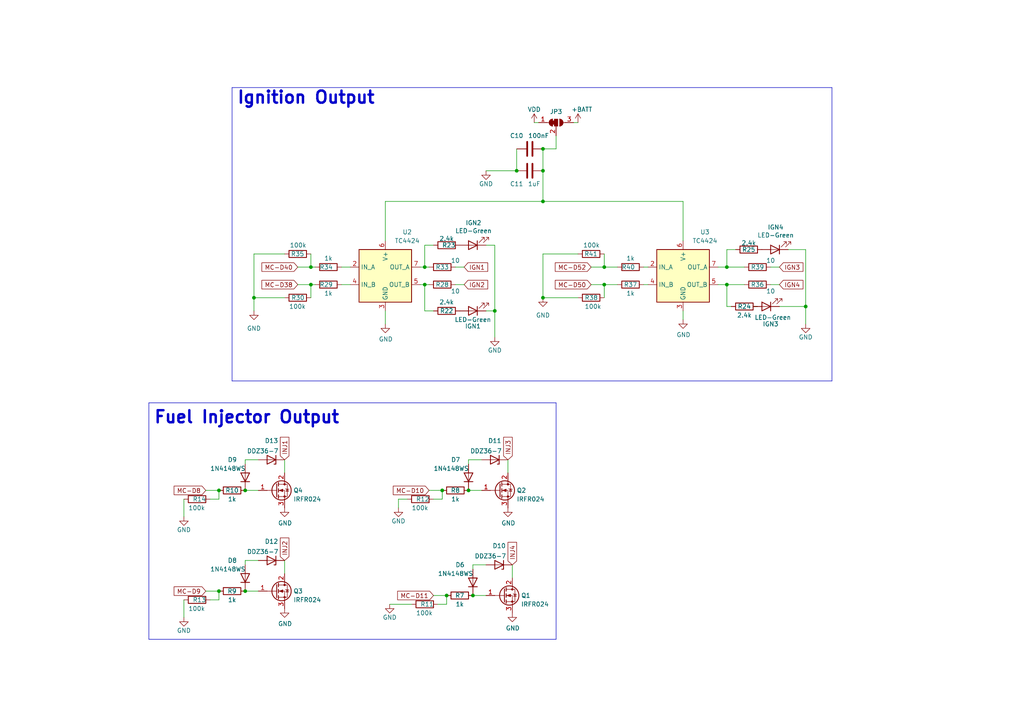
<source format=kicad_sch>
(kicad_sch (version 20230121) (generator eeschema)
  (paper "A4")
  (title_block (title "Pre-Ignition X4") (date "2023-05-11") (rev "C2") (company "DetonationEMS") (comment 1 "detonationems.com"))
  (lib_symbols
    (symbol "Device:C" (pin_numbers hide) (pin_names (offset 0.254))
      (property "Reference" "C" (at 0.635 2.54 0))
      (property "Value" "C" (at 0.635 -2.54 0))
      (symbol "C_0_1"
        (polyline (pts (xy -2.032 -0.762) (xy 2.032 -0.762)) (stroke (width 0.508)))
        (polyline (pts (xy -2.032 0.762) (xy 2.032 0.762)) (stroke (width 0.508)))
      )
      (symbol "C_1_1"
        (pin passive line (at 0 3.81 270) (length 2.794) (name "~") (number "1"))
        (pin passive line (at 0 -3.81 90) (length 2.794) (name "~") (number "2"))
      )
    )
    (symbol "Device:LED" (pin_numbers hide) (pin_names (offset 1.016) hide)
      (property "Reference" "D" (at 0 2.54 0))
      (property "Value" "LED" (at 0 -2.54 0))
      (symbol "LED_0_1"
        (polyline (pts (xy -1.27 -1.27) (xy -1.27 1.27)) (stroke (width 0.254)))
        (polyline (pts (xy -1.27 0) (xy 1.27 0)))
        (polyline (pts (xy 1.27 -1.27) (xy 1.27 1.27) (xy -1.27 0) (xy 1.27 -1.27)) (stroke (width 0.254)))
        (polyline (pts (xy -3.048 -0.762) (xy -4.572 -2.286) (xy -3.81 -2.286) (xy -4.572 -2.286) (xy -4.572 -1.524)))
        (polyline (pts (xy -1.778 -0.762) (xy -3.302 -2.286) (xy -2.54 -2.286) (xy -3.302 -2.286) (xy -3.302 -1.524)))
      )
      (symbol "LED_1_1"
        (pin passive line (at -3.81 0 0) (length 2.54) (name "K") (number "1"))
        (pin passive line (at 3.81 0 180) (length 2.54) (name "A") (number "2"))
      )
    )
    (symbol "Device:R" (pin_numbers hide) (pin_names (offset 0))
      (property "Reference" "R" (at 2.032 0 90))
      (property "Value" "R" (at 0 0 90))
      (symbol "R_0_1"
        (rectangle (start -1.016 -2.54) (end 1.016 2.54) (stroke (width 0.254)))
      )
      (symbol "R_1_1"
        (pin passive line (at 0 3.81 270) (length 1.27) (name "~") (number "1"))
        (pin passive line (at 0 -3.81 90) (length 1.27) (name "~") (number "2"))
      )
    )
    (symbol "Diode:1N4148W" (pin_numbers hide) (pin_names (offset 1.016) hide)
      (property "Reference" "D" (at 0 2.54 0))
      (property "Value" "1N4148W" (at 0 -2.54 0))
      (symbol "1N4148W_0_1"
        (polyline (pts (xy -1.27 1.27) (xy -1.27 -1.27)) (stroke (width 0.254)))
        (polyline (pts (xy 1.27 0) (xy -1.27 0)))
        (polyline (pts (xy 1.27 1.27) (xy 1.27 -1.27) (xy -1.27 0) (xy 1.27 1.27)) (stroke (width 0.254)))
      )
      (symbol "1N4148W_1_1"
        (pin passive line (at -3.81 0 0) (length 2.54) (name "K") (number "1"))
        (pin passive line (at 3.81 0 180) (length 2.54) (name "A") (number "2"))
      )
    )
    (symbol "Diode:BZX84Cxx" (pin_numbers hide) (pin_names (offset 1.016) hide)
      (property "Reference" "D" (at 0 2.54 0))
      (property "Value" "BZX84Cxx" (at 0 -2.54 0))
      (symbol "BZX84Cxx_0_1"
        (polyline (pts (xy 1.27 0) (xy -1.27 0)))
        (polyline (pts (xy -1.27 -1.27) (xy -1.27 1.27) (xy -0.762 1.27)) (stroke (width 0.254)))
        (polyline (pts (xy 1.27 -1.27) (xy 1.27 1.27) (xy -1.27 0) (xy 1.27 -1.27)) (stroke (width 0.254)))
      )
      (symbol "BZX84Cxx_1_1"
        (pin passive line (at -3.81 0 0) (length 2.54) (name "K") (number "1"))
        (pin passive line (at 3.81 0 180) (length 2.54) (name "A") (number "2"))
      )
    )
    (symbol "Driver_FET:MIC4427"
      (property "Reference" "U" (at -7.62 8.89 0))
      (property "Value" "MIC4427" (at 1.27 8.89 0))
      (symbol "MIC4427_0_1"
        (rectangle (start -7.62 -7.62) (end 7.62 7.62) (stroke (width 0.254)) (fill (type background)))
      )
      (symbol "MIC4427_1_1"
        (pin no_connect line (at -7.62 0 0) (length 2.54) hide (name "NC") (number "1"))
        (pin input line (at -10.16 2.54 0) (length 2.54) (name "IN_A") (number "2"))
        (pin power_in line (at 0 -10.16 90) (length 2.54) (name "GND") (number "3"))
        (pin input line (at -10.16 -2.54 0) (length 2.54) (name "IN_B") (number "4"))
        (pin output line (at 10.16 -2.54 180) (length 2.54) (name "OUT_B") (number "5"))
        (pin power_in line (at 0 10.16 270) (length 2.54) (name "V+") (number "6"))
        (pin output line (at 10.16 2.54 180) (length 2.54) (name "OUT_A") (number "7"))
        (pin no_connect line (at 7.62 0 180) (length 2.54) hide (name "NC") (number "8"))
      )
    )
    (symbol "Jumper:SolderJumper_3_Bridged12" (pin_names (offset 0) hide)
      (property "Reference" "JP" (at -2.54 -2.54 0))
      (property "Value" "SolderJumper_3_Bridged12" (at 0 2.794 0))
      (symbol "SolderJumper_3_Bridged12_0_1"
        (rectangle (start -1.016 0.508) (end -0.508 -0.508) (fill (type outline)))
        (arc (start -1.016 1.016) (mid -2.0276 0) (end -1.016 -1.016))
        (arc (start -1.016 1.016) (mid -2.0276 0) (end -1.016 -1.016) (fill (type outline)))
        (rectangle (start -0.508 1.016) (end 0.508 -1.016) (fill (type outline)))
        (polyline (pts (xy -2.54 0) (xy -2.032 0)))
        (polyline (pts (xy -1.016 1.016) (xy -1.016 -1.016)))
        (polyline (pts (xy 0 -1.27) (xy 0 -1.016)))
        (polyline (pts (xy 1.016 1.016) (xy 1.016 -1.016)))
        (polyline (pts (xy 2.54 0) (xy 2.032 0)))
        (arc (start 1.016 -1.016) (mid 2.0276 0) (end 1.016 1.016))
        (arc (start 1.016 -1.016) (mid 2.0276 0) (end 1.016 1.016) (fill (type outline)))
      )
      (symbol "SolderJumper_3_Bridged12_1_1"
        (pin passive line (at -5.08 0 0) (length 2.54) (name "A") (number "1"))
        (pin passive line (at 0 -3.81 90) (length 2.54) (name "C") (number "2"))
        (pin passive line (at 5.08 0 180) (length 2.54) (name "B") (number "3"))
      )
    )
    (symbol "Transistor_FET:IRF540N" (pin_names hide)
      (property "Reference" "Q" (at 6.35 1.905 0))
      (property "Value" "IRF540N" (at 6.35 0 0))
      (symbol "IRF540N_0_1"
        (polyline (pts (xy 0.254 0) (xy -2.54 0)))
        (polyline (pts (xy 0.254 1.905) (xy 0.254 -1.905)) (stroke (width 0.254)))
        (polyline (pts (xy 0.762 -1.27) (xy 0.762 -2.286)) (stroke (width 0.254)))
        (polyline (pts (xy 0.762 0.508) (xy 0.762 -0.508)) (stroke (width 0.254)))
        (polyline (pts (xy 0.762 2.286) (xy 0.762 1.27)) (stroke (width 0.254)))
        (polyline (pts (xy 2.54 2.54) (xy 2.54 1.778)))
        (polyline (pts (xy 2.54 -2.54) (xy 2.54 0) (xy 0.762 0)))
        (polyline (pts (xy 0.762 -1.778) (xy 3.302 -1.778) (xy 3.302 1.778) (xy 0.762 1.778)))
        (polyline (pts (xy 1.016 0) (xy 2.032 0.381) (xy 2.032 -0.381) (xy 1.016 0)) (fill (type outline)))
        (polyline (pts (xy 2.794 0.508) (xy 2.921 0.381) (xy 3.683 0.381) (xy 3.81 0.254)))
        (polyline (pts (xy 3.302 0.381) (xy 2.921 -0.254) (xy 3.683 -0.254) (xy 3.302 0.381)))
        (circle (center 1.651 0) (radius 2.794) (stroke (width 0.254)))
        (circle (center 2.54 -1.778) (radius 0.254) (fill (type outline)))
        (circle (center 2.54 1.778) (radius 0.254) (fill (type outline)))
      )
      (symbol "IRF540N_1_1"
        (pin input line (at -5.08 0 0) (length 2.54) (name "G") (number "1"))
        (pin passive line (at 2.54 5.08 270) (length 2.54) (name "D") (number "2"))
        (pin passive line (at 2.54 -5.08 90) (length 2.54) (name "S") (number "3"))
      )
    )
    (symbol "power:+BATT" (power) (pin_names (offset 0))
      (property "Value" "+BATT" (at 0 3.556 0))
      (symbol "+BATT_0_1"
        (polyline (pts (xy -0.762 1.27) (xy 0 2.54)))
        (polyline (pts (xy 0 0) (xy 0 2.54)))
        (polyline (pts (xy 0 2.54) (xy 0.762 1.27)))
      )
      (symbol "+BATT_1_1"
        (pin power_in line (at 0 0 90) (length 0) hide (name "+BATT") (number "1"))
      )
    )
    (symbol "power:GND" (power) (pin_names (offset 0))
      (property "Value" "GND" (at 0 -3.81 0))
      (symbol "GND_0_1"
        (polyline (pts (xy 0 0) (xy 0 -1.27) (xy 1.27 -1.27) (xy 0 -2.54) (xy -1.27 -1.27) (xy 0 -1.27)))
      )
      (symbol "GND_1_1"
        (pin power_in line (at 0 0 270) (length 0) hide (name "GND") (number "1"))
      )
    )
    (symbol "power:VDD" (power) (pin_names (offset 0))
      (property "Value" "VDD" (at 0 3.81 0))
      (symbol "VDD_0_1"
        (polyline (pts (xy -0.762 1.27) (xy 0 2.54)))
        (polyline (pts (xy 0 0) (xy 0 2.54)))
        (polyline (pts (xy 0 2.54) (xy 0.762 1.27)))
      )
      (symbol "VDD_1_1"
        (pin power_in line (at 0 0 90) (length 0) hide (name "VDD") (number "1"))
      )
    )
  )
  (junction (at 157.48 43.18))
  (junction (at 123.19 77.47))
  (junction (at 90.17 82.55))
  (junction (at 123.19 82.55))
  (junction (at 175.26 77.47))
  (junction (at 175.26 82.55))
  (junction (at 90.17 77.47))
  (junction (at 73.66 86.36))
  (junction (at 71.12 142.24))
  (junction (at 157.48 58.42))
  (junction (at 135.89 142.24))
  (junction (at 149.86 49.53))
  (junction (at 71.12 171.45))
  (junction (at 210.82 77.47))
  (junction (at 128.27 142.24))
  (junction (at 129.54 172.72))
  (junction (at 137.16 172.72))
  (junction (at 210.82 82.55))
  (junction (at 63.5 142.24))
  (junction (at 143.51 90.17))
  (junction (at 157.48 49.53))
  (junction (at 157.48 86.36))
  (junction (at 233.68 88.9))
  (junction (at 63.5 171.45))
  (wire (pts (xy 139.7 133.35) (xy 135.89 133.35)))
  (polyline (pts (xy 161.29 185.42) (xy 43.18 185.42)))
  (wire (pts (xy 90.17 82.55) (xy 91.44 82.55)))
  (wire (pts (xy 125.73 172.72) (xy 129.54 172.72)))
  (wire (pts (xy 140.97 71.12) (xy 143.51 71.12)))
  (wire (pts (xy 63.5 173.99) (xy 63.5 171.45)))
  (wire (pts (xy 175.26 82.55) (xy 179.07 82.55)))
  (wire (pts (xy 210.82 88.9) (xy 210.82 82.55)))
  (wire (pts (xy 123.19 77.47) (xy 124.46 77.47)))
  (wire (pts (xy 63.5 144.78) (xy 63.5 142.24)))
  (wire (pts (xy 123.19 82.55) (xy 123.19 90.17)))
  (wire (pts (xy 187.96 82.55) (xy 186.69 82.55)))
  (polyline (pts (xy 43.18 116.84) (xy 161.29 116.84)))
  (wire (pts (xy 115.57 147.32) (xy 115.57 144.78)))
  (wire (pts (xy 143.51 97.79) (xy 143.51 90.17)))
  (wire (pts (xy 233.68 93.98) (xy 233.68 88.9)))
  (polyline (pts (xy 161.29 116.84) (xy 161.29 185.42)))
  (wire (pts (xy 157.48 43.18) (xy 157.48 49.53)))
  (wire (pts (xy 129.54 175.26) (xy 129.54 172.72)))
  (wire (pts (xy 175.26 82.55) (xy 175.26 86.36)))
  (wire (pts (xy 74.93 162.56) (xy 71.12 162.56)))
  (wire (pts (xy 60.96 173.99) (xy 63.5 173.99)))
  (wire (pts (xy 127 175.26) (xy 129.54 175.26)))
  (wire (pts (xy 140.97 163.83) (xy 137.16 163.83)))
  (wire (pts (xy 135.89 133.35) (xy 135.89 134.62)))
  (wire (pts (xy 73.66 86.36) (xy 82.55 86.36)))
  (wire (pts (xy 60.96 144.78) (xy 63.5 144.78)))
  (wire (pts (xy 198.12 58.42) (xy 157.48 58.42)))
  (wire (pts (xy 128.27 144.78) (xy 128.27 142.24)))
  (wire (pts (xy 233.68 72.39) (xy 233.68 88.9)))
  (wire (pts (xy 73.66 73.66) (xy 82.55 73.66)))
  (wire (pts (xy 111.76 90.17) (xy 111.76 93.98)))
  (wire (pts (xy 59.69 142.24) (xy 63.5 142.24)))
  (wire (pts (xy 171.45 82.55) (xy 175.26 82.55)))
  (wire (pts (xy 71.12 133.35) (xy 71.12 134.62)))
  (wire (pts (xy 90.17 73.66) (xy 90.17 77.47)))
  (wire (pts (xy 53.34 179.07) (xy 53.34 173.99)))
  (wire (pts (xy 223.52 77.47) (xy 226.06 77.47)))
  (wire (pts (xy 71.12 142.24) (xy 74.93 142.24)))
  (wire (pts (xy 101.6 82.55) (xy 99.06 82.55)))
  (wire (pts (xy 140.97 90.17) (xy 143.51 90.17)))
  (wire (pts (xy 219.71 88.9) (xy 218.44 88.9)))
  (wire (pts (xy 213.36 72.39) (xy 210.82 72.39)))
  (wire (pts (xy 132.08 77.47) (xy 134.62 77.47)))
  (wire (pts (xy 74.93 133.35) (xy 71.12 133.35)))
  (wire (pts (xy 186.69 77.47) (xy 187.96 77.47)))
  (wire (pts (xy 149.86 43.18) (xy 149.86 49.53)))
  (wire (pts (xy 171.45 77.47) (xy 175.26 77.47)))
  (wire (pts (xy 208.28 77.47) (xy 210.82 77.47)))
  (polyline (pts (xy 67.31 25.4) (xy 241.3 25.4)))
  (wire (pts (xy 208.28 82.55) (xy 210.82 82.55)))
  (wire (pts (xy 90.17 82.55) (xy 90.17 86.36)))
  (wire (pts (xy 167.64 35.56) (xy 166.37 35.56)))
  (wire (pts (xy 73.66 90.17) (xy 73.66 86.36)))
  (wire (pts (xy 154.94 35.56) (xy 156.21 35.56)))
  (wire (pts (xy 157.48 49.53) (xy 157.48 58.42)))
  (wire (pts (xy 99.06 77.47) (xy 101.6 77.47)))
  (wire (pts (xy 73.66 73.66) (xy 73.66 86.36)))
  (wire (pts (xy 71.12 162.56) (xy 71.12 163.83)))
  (wire (pts (xy 132.08 82.55) (xy 134.62 82.55)))
  (wire (pts (xy 210.82 77.47) (xy 215.9 77.47)))
  (wire (pts (xy 137.16 172.72) (xy 140.97 172.72)))
  (wire (pts (xy 121.92 77.47) (xy 123.19 77.47)))
  (wire (pts (xy 125.73 71.12) (xy 123.19 71.12)))
  (polyline (pts (xy 241.3 25.4) (xy 241.3 110.49)))
  (wire (pts (xy 82.55 133.35) (xy 82.55 137.16)))
  (wire (pts (xy 161.29 43.18) (xy 157.48 43.18)))
  (wire (pts (xy 113.03 175.26) (xy 119.38 175.26)))
  (polyline (pts (xy 241.3 110.49) (xy 67.31 110.49)))
  (wire (pts (xy 175.26 77.47) (xy 179.07 77.47)))
  (wire (pts (xy 210.82 72.39) (xy 210.82 77.47)))
  (wire (pts (xy 198.12 58.42) (xy 198.12 69.85)))
  (wire (pts (xy 175.26 73.66) (xy 175.26 77.47)))
  (wire (pts (xy 198.12 90.17) (xy 198.12 92.71)))
  (wire (pts (xy 157.48 73.66) (xy 157.48 86.36)))
  (wire (pts (xy 71.12 171.45) (xy 74.93 171.45)))
  (wire (pts (xy 157.48 58.42) (xy 111.76 58.42)))
  (wire (pts (xy 140.97 49.53) (xy 149.86 49.53)))
  (wire (pts (xy 125.73 90.17) (xy 123.19 90.17)))
  (wire (pts (xy 86.36 77.47) (xy 90.17 77.47)))
  (wire (pts (xy 111.76 58.42) (xy 111.76 69.85)))
  (wire (pts (xy 147.32 133.35) (xy 147.32 137.16)))
  (wire (pts (xy 137.16 163.83) (xy 137.16 165.1)))
  (wire (pts (xy 212.09 88.9) (xy 210.82 88.9)))
  (wire (pts (xy 123.19 82.55) (xy 124.46 82.55)))
  (wire (pts (xy 86.36 82.55) (xy 90.17 82.55)))
  (wire (pts (xy 135.89 142.24) (xy 139.7 142.24)))
  (wire (pts (xy 148.59 163.83) (xy 148.59 167.64)))
  (wire (pts (xy 125.73 144.78) (xy 128.27 144.78)))
  (wire (pts (xy 82.55 162.56) (xy 82.55 166.37)))
  (wire (pts (xy 223.52 82.55) (xy 226.06 82.55)))
  (polyline (pts (xy 43.18 185.42) (xy 43.18 116.84)))
  (wire (pts (xy 53.34 149.86) (xy 53.34 144.78)))
  (wire (pts (xy 157.48 73.66) (xy 167.64 73.66)))
  (wire (pts (xy 121.92 82.55) (xy 123.19 82.55)))
  (wire (pts (xy 59.69 171.45) (xy 63.5 171.45)))
  (wire (pts (xy 115.57 144.78) (xy 118.11 144.78)))
  (wire (pts (xy 226.06 88.9) (xy 233.68 88.9)))
  (polyline (pts (xy 67.31 110.49) (xy 67.31 25.4)))
  (wire (pts (xy 143.51 71.12) (xy 143.51 90.17)))
  (wire (pts (xy 157.48 86.36) (xy 167.64 86.36)))
  (wire (pts (xy 228.6 72.39) (xy 233.68 72.39)))
  (wire (pts (xy 123.19 71.12) (xy 123.19 77.47)))
  (wire (pts (xy 161.29 39.37) (xy 161.29 43.18)))
  (wire (pts (xy 90.17 77.47) (xy 91.44 77.47)))
  (wire (pts (xy 210.82 82.55) (xy 215.9 82.55)))
  (wire (pts (xy 124.46 142.24) (xy 128.27 142.24)))
  (text "Fuel Injector Output" (at 44.45 123.19 0) (effects (font (size 3.5 3.5) (thickness 0.7) bold) (justify left bottom)))
  (text "Ignition Output" (at 68.58 30.48 0) (effects (font (size 3.5 3.5) (thickness 0.7) bold) (justify left bottom)))
  (global_label "INJ1" (shape input) (at 82.55 133.35 90) (property "Intersheetrefs" "${INTERSHEET_REFS}" (effects hide)))
  (global_label "MC-D52" (shape input) (at 171.45 77.47 180) (property "Intersheetrefs" "${INTERSHEET_REFS}" (effects hide)))
  (global_label "IGN4" (shape input) (at 226.06 82.55 0) (property "Intersheetrefs" "${INTERSHEET_REFS}" (effects hide)))
  (global_label "MC-D50" (shape input) (at 171.45 82.55 180) (property "Intersheetrefs" "${INTERSHEET_REFS}" (effects hide)))
  (global_label "IGN2" (shape input) (at 134.62 82.55 0) (property "Intersheetrefs" "${INTERSHEET_REFS}" (effects hide)))
  (global_label "MC-D10" (shape input) (at 124.46 142.24 180) (property "Intersheetrefs" "${INTERSHEET_REFS}" (effects hide)))
  (global_label "INJ2" (shape input) (at 82.55 162.56 90) (property "Intersheetrefs" "${INTERSHEET_REFS}" (effects hide)))
  (global_label "MC-D40" (shape input) (at 86.36 77.47 180) (property "Intersheetrefs" "${INTERSHEET_REFS}" (effects hide)))
  (global_label "IGN3" (shape input) (at 226.06 77.47 0) (property "Intersheetrefs" "${INTERSHEET_REFS}" (effects hide)))
  (global_label "INJ4" (shape input) (at 148.59 163.83 90) (property "Intersheetrefs" "${INTERSHEET_REFS}" (effects hide)))
  (global_label "IGN1" (shape input) (at 134.62 77.47 0) (property "Intersheetrefs" "${INTERSHEET_REFS}" (effects hide)))
  (global_label "INJ3" (shape input) (at 147.32 133.35 90) (property "Intersheetrefs" "${INTERSHEET_REFS}" (effects hide)))
  (global_label "MC-D9" (shape input) (at 59.69 171.45 180) (property "Intersheetrefs" "${INTERSHEET_REFS}" (effects hide)))
  (global_label "MC-D8" (shape input) (at 59.69 142.24 180) (property "Intersheetrefs" "${INTERSHEET_REFS}" (effects hide)))
  (global_label "MC-D38" (shape input) (at 86.36 82.55 180) (property "Intersheetrefs" "${INTERSHEET_REFS}" (effects hide)))
  (global_label "MC-D11" (shape input) (at 125.73 172.72 180) (property "Intersheetrefs" "${INTERSHEET_REFS}" (effects hide)))
  (symbol (lib_id "Device:C") (at 153.67 49.53 270) (unit 1)
    (property "Reference" "C11" (at 149.86 53.34 90))
    (property "Value" "1uF" (at 154.94 53.34 90))
    (property "Footprint" "Capacitor_SMD:C_0603_1608Metric" (effects hide))
    (property "JLC" "C15849" (effects hide))
    (property "LCSC" "C15849" (effects hide))
  )
  (symbol (lib_id "Device:C") (at 153.67 43.18 270) (unit 1)
    (property "Reference" "C10" (at 149.86 39.37 90))
    (property "Value" "100nF" (at 156.21 39.37 90))
    (property "Footprint" "Capacitor_SMD:C_0603_1608Metric" (effects hide))
    (property "JLC" "C14663" (effects hide))
    (property "LCSC" "C14663" (effects hide))
  )
  (symbol (lib_id "power:GND") (at 140.97 49.53 0) (unit 1)
    (property "Reference" "#PWR06" (effects hide))
    (property "Value" "GND" (at 140.97 53.34 0))
  )
  (symbol (lib_id "Driver_FET:MIC4427") (at 111.76 80.01 0) (unit 1)
    (property "Reference" "U2" (at 118.11 67.31 0))
    (property "Value" "TC4424" (at 118.11 69.85 0))
    (property "Footprint" "Package_SO:SOIC-8_3.9x4.9mm_P1.27mm" (effects hide))
    (property "Datasheet" "http://ww1.microchip.com/downloads/en/DeviceDoc/mic4426.pdf" (effects hide))
    (property "LCSC" "C2685358" (effects hide))
  )
  (symbol (lib_id "power:GND") (at 111.76 93.98 0) (unit 1)
    (property "Reference" "#PWR07" (effects hide))
    (property "Value" "GND" (at 111.887 98.3742 0))
  )
  (symbol (lib_id "Device:R") (at 95.25 77.47 270) (unit 1)
    (property "Reference" "R34" (at 94.615 77.47 90))
    (property "Value" "1k" (at 95.25 74.93 90))
    (property "Footprint" "Resistor_SMD:R_0603_1608Metric" (effects hide))
    (property "JLC" "C21190" (effects hide))
    (property "LCSC" "C21190" (effects hide))
  )
  (symbol (lib_id "Device:R") (at 95.25 82.55 270) (unit 1)
    (property "Reference" "R29" (at 94.615 82.55 90))
    (property "Value" "1k" (at 95.25 85.09 90))
    (property "Footprint" "Resistor_SMD:R_0603_1608Metric" (effects hide))
    (property "JLC" "C21190" (effects hide))
    (property "LCSC" "C21190" (effects hide))
  )
  (symbol (lib_id "Device:R") (at 86.36 73.66 270) (unit 1)
    (property "Reference" "R35" (at 88.265 73.66 90) (effects (justify right)))
    (property "Value" "100k" (at 88.9 71.12 90) (effects (justify right)))
    (property "Footprint" "Resistor_SMD:R_0603_1608Metric" (effects hide))
    (property "JLC" "C25803" (effects hide))
    (property "LCSC" "C25803" (effects hide))
  )
  (symbol (lib_id "Device:R") (at 86.36 86.36 90) (unit 1)
    (property "Reference" "R30" (at 84.455 86.36 90) (effects (justify right)))
    (property "Value" "100k" (at 83.82 88.9 90) (effects (justify right)))
    (property "Footprint" "Resistor_SMD:R_0603_1608Metric" (effects hide))
    (property "JLC" "C25803" (effects hide))
    (property "LCSC" "C25803" (effects hide))
  )
  (symbol (lib_id "power:GND") (at 73.66 90.17 0) (unit 1)
    (property "Reference" "#PWR05" (effects hide))
    (property "Value" "GND" (at 73.66 95.25 0))
  )
  (symbol (lib_id "Driver_FET:MIC4427") (at 198.12 80.01 0) (unit 1)
    (property "Reference" "U3" (at 204.47 67.31 0))
    (property "Value" "TC4424" (at 204.47 69.85 0))
    (property "Footprint" "Package_SO:SOIC-8_3.9x4.9mm_P1.27mm" (effects hide))
    (property "Datasheet" "http://ww1.microchip.com/downloads/en/DeviceDoc/mic4426.pdf" (effects hide))
    (property "LCSC" "C2685358" (effects hide))
  )
  (symbol (lib_id "Device:R") (at 219.71 77.47 270) (unit 1)
    (property "Reference" "R39" (at 219.71 77.47 90))
    (property "Value" "10" (at 223.52 75.565 90))
    (property "Footprint" "Resistor_SMD:R_1206_3216Metric" (effects hide))
    (property "JLC" "C17561" (effects hide))
    (property "LCSC" "C17903" (effects hide))
  )
  (symbol (lib_id "Device:R") (at 219.71 82.55 270) (unit 1)
    (property "Reference" "R36" (at 219.71 82.55 90))
    (property "Value" "10" (at 223.52 84.455 90))
    (property "Footprint" "Resistor_SMD:R_1206_3216Metric" (effects hide))
    (property "JLC" "C17561" (effects hide))
    (property "LCSC" "C17903" (effects hide))
  )
  (symbol (lib_id "power:GND") (at 198.12 92.71 0) (unit 1)
    (property "Reference" "#PWR014" (effects hide))
    (property "Value" "GND" (at 198.247 97.1042 0))
  )
  (symbol (lib_id "Device:R") (at 182.88 77.47 270) (unit 1)
    (property "Reference" "R40" (at 182.245 77.47 90))
    (property "Value" "1k" (at 182.88 74.93 90))
    (property "Footprint" "Resistor_SMD:R_0603_1608Metric" (effects hide))
    (property "JLC" "C21190" (effects hide))
    (property "LCSC" "C21190" (effects hide))
  )
  (symbol (lib_id "Device:R") (at 182.88 82.55 270) (unit 1)
    (property "Reference" "R37" (at 182.88 82.55 90))
    (property "Value" "1k" (at 182.88 85.09 90))
    (property "Footprint" "Resistor_SMD:R_0603_1608Metric" (effects hide))
    (property "JLC" "C21190" (effects hide))
    (property "LCSC" "C21190" (effects hide))
  )
  (symbol (lib_id "Device:R") (at 171.45 73.66 270) (unit 1)
    (property "Reference" "R41" (at 173.355 73.66 90) (effects (justify right)))
    (property "Value" "100k" (at 173.99 71.12 90) (effects (justify right)))
    (property "Footprint" "Resistor_SMD:R_0603_1608Metric" (effects hide))
    (property "JLC" "C25803" (effects hide))
    (property "LCSC" "C25803" (effects hide))
  )
  (symbol (lib_id "Device:R") (at 171.45 86.36 90) (unit 1)
    (property "Reference" "R38" (at 169.545 86.36 90) (effects (justify right)))
    (property "Value" "100k" (at 169.545 88.9 90) (effects (justify right)))
    (property "Footprint" "Resistor_SMD:R_0603_1608Metric" (effects hide))
    (property "JLC" "C25803" (effects hide))
    (property "LCSC" "C25803" (effects hide))
  )
  (symbol (lib_id "power:GND") (at 157.48 86.36 0) (unit 1)
    (property "Reference" "#PWR012" (effects hide))
    (property "Value" "GND" (at 157.48 91.44 0))
  )
  (symbol (lib_id "power:+BATT") (at 167.64 35.56 0) (unit 1)
    (property "Reference" "#PWR010" (effects hide))
    (property "Value" "+BATT" (at 165.735 31.75 0) (effects (justify left)))
  )
  (symbol (lib_id "Device:R") (at 217.17 72.39 90) (unit 1)
    (property "Reference" "R25" (at 217.17 72.39 90))
    (property "Value" "2.4k" (at 217.17 70.485 90))
    (property "Footprint" "Resistor_SMD:R_0603_1608Metric" (effects hide))
    (property "JLC" "C22940" (effects hide))
    (property "LCSC" "C22940" (effects hide))
  )
  (symbol (lib_id "Device:R") (at 215.9 88.9 270) (unit 1)
    (property "Reference" "R24" (at 215.9 88.9 90))
    (property "Value" "2.4k" (at 215.9 91.44 90))
    (property "Footprint" "Resistor_SMD:R_0603_1608Metric" (effects hide))
    (property "JLC" "C22940" (effects hide))
    (property "LCSC" "C22940" (effects hide))
  )
  (symbol (lib_id "Device:LED") (at 224.79 72.39 180) (unit 1)
    (property "Reference" "IGN4" (at 224.9678 65.913 0))
    (property "Value" "LED-Green" (at 224.9678 68.2244 0))
    (property "Footprint" "LED_SMD:LED_0603_1608Metric" (effects hide))
    (property "JLC" "C2286" (effects hide))
    (property "LCSC" "C72043" (effects hide))
  )
  (symbol (lib_id "Device:LED") (at 222.25 88.9 180) (unit 1)
    (property "Reference" "IGN3" (at 223.52 93.98 0))
    (property "Value" "LED-Green" (at 224.155 92.075 0))
    (property "Footprint" "LED_SMD:LED_0603_1608Metric" (effects hide))
    (property "JLC" "C2286" (effects hide))
    (property "LCSC" "C72043" (effects hide))
  )
  (symbol (lib_id "power:GND") (at 233.68 93.98 0) (unit 1)
    (property "Reference" "#PWR016" (effects hide))
    (property "Value" "GND" (at 233.68 97.79 0))
  )
  (symbol (lib_id "Device:R") (at 128.27 82.55 270) (unit 1)
    (property "Reference" "R28" (at 128.27 82.55 90))
    (property "Value" "10" (at 132.08 84.455 90))
    (property "Footprint" "Resistor_SMD:R_1206_3216Metric" (effects hide))
    (property "JLC" "C17561" (effects hide))
    (property "LCSC" "C17903" (effects hide))
  )
  (symbol (lib_id "Device:R") (at 128.27 77.47 270) (unit 1)
    (property "Reference" "R33" (at 128.27 77.47 90))
    (property "Value" "10" (at 132.08 75.565 90))
    (property "Footprint" "Resistor_SMD:R_1206_3216Metric" (effects hide))
    (property "JLC" "C17561" (effects hide))
    (property "LCSC" "C17903" (effects hide))
  )
  (symbol (lib_id "Device:R") (at 129.54 71.12 90) (unit 1)
    (property "Reference" "R23" (at 130.175 71.12 90))
    (property "Value" "2.4k" (at 129.54 69.215 90))
    (property "Footprint" "Resistor_SMD:R_0603_1608Metric" (effects hide))
    (property "LCSC" "C22940" (effects hide))
  )
  (symbol (lib_id "Device:R") (at 129.54 90.17 270) (unit 1)
    (property "Reference" "R22" (at 129.54 90.17 90))
    (property "Value" "2.4k" (at 129.54 87.63 90))
    (property "Footprint" "Resistor_SMD:R_0603_1608Metric" (effects hide))
    (property "JLC" "C22940" (effects hide))
    (property "LCSC" "C22940" (effects hide))
  )
  (symbol (lib_id "Device:LED") (at 137.16 71.12 180) (unit 1)
    (property "Reference" "IGN2" (at 137.3378 64.643 0))
    (property "Value" "LED-Green" (at 137.3378 66.9544 0))
    (property "Footprint" "LED_SMD:LED_0603_1608Metric" (effects hide))
    (property "JLC" "C2286" (effects hide))
    (property "LCSC" "C72043" (effects hide))
  )
  (symbol (lib_id "Device:LED") (at 137.16 90.17 180) (unit 1)
    (property "Reference" "IGN1" (at 137.16 94.615 0))
    (property "Value" "LED-Green" (at 137.16 92.71 0))
    (property "Footprint" "LED_SMD:LED_0603_1608Metric" (effects hide))
    (property "JLC" "C2286" (effects hide))
    (property "LCSC" "C72043" (effects hide))
  )
  (symbol (lib_id "power:GND") (at 143.51 97.79 0) (unit 1)
    (property "Reference" "#PWR09" (effects hide))
    (property "Value" "GND" (at 143.51 101.6 0))
  )
  (symbol (lib_id "power:VDD") (at 154.94 35.56 0) (unit 1)
    (property "Reference" "#PWR0149" (effects hide))
    (property "Value" "VDD" (at 154.94 31.75 0))
  )
  (symbol (lib_id "Transistor_FET:IRF540N") (at 80.01 142.24 0) (unit 1)
    (property "Reference" "Q4" (at 85.09 142.24 0) (effects (justify left)))
    (property "Value" "IRFR024" (at 85.09 144.78 0) (effects (justify left)))
    (property "Footprint" "Package_TO_SOT_SMD:TO-252-2" (effects hide))
    (property "LCSC" "C2583" (effects hide))
  )
  (symbol (lib_id "power:GND") (at 53.34 149.86 0) (unit 1)
    (property "Reference" "#PWR0162" (effects hide))
    (property "Value" "GND" (at 53.34 153.67 0))
  )
  (symbol (lib_id "Device:R") (at 57.15 144.78 90) (unit 1)
    (property "Reference" "R14" (at 55.88 144.78 90) (effects (justify right)))
    (property "Value" "100k" (at 54.61 147.32 90) (effects (justify right)))
    (property "Footprint" "Resistor_SMD:R_0603_1608Metric" (effects hide))
    (property "JLC" "C25803" (effects hide))
    (property "LCSC" "C25803" (effects hide))
  )
  (symbol (lib_id "Device:R") (at 67.31 142.24 270) (unit 1)
    (property "Reference" "R10" (at 67.31 142.24 90))
    (property "Value" "1k" (at 67.31 144.78 90))
    (property "Footprint" "Resistor_SMD:R_0603_1608Metric" (effects hide))
    (property "JLC" "C21190" (effects hide))
    (property "LCSC" "C21190" (effects hide))
  )
  (symbol (lib_id "power:GND") (at 82.55 147.32 0) (unit 1)
    (property "Reference" "#PWR0168" (effects hide))
    (property "Value" "GND" (at 82.677 151.7142 0))
  )
  (symbol (lib_id "Diode:1N4148W") (at 71.12 138.43 90) (unit 1)
    (property "Reference" "D9" (at 66.04 133.35 90) (effects (justify right)))
    (property "Value" "1N4148WS" (at 60.96 135.89 90) (effects (justify right)))
    (property "Footprint" "Diode_SMD:D_SOD-323F" (effects hide))
    (property "Datasheet" "https://www.vishay.com/docs/85748/1n4148w.pdf" (effects hide))
    (property "LCSC" "C2128" (effects hide))
  )
  (symbol (lib_id "Transistor_FET:IRF540N") (at 144.78 142.24 0) (unit 1)
    (property "Reference" "Q2" (at 149.86 142.24 0) (effects (justify left)))
    (property "Value" "IRFR024" (at 149.86 144.78 0) (effects (justify left)))
    (property "Footprint" "Package_TO_SOT_SMD:TO-252-2" (effects hide))
    (property "LCSC" "C2583" (effects hide))
  )
  (symbol (lib_id "power:GND") (at 115.57 147.32 0) (unit 1)
    (property "Reference" "#PWR0172" (effects hide))
    (property "Value" "GND" (at 115.57 151.13 0))
  )
  (symbol (lib_id "Device:R") (at 121.92 144.78 90) (unit 1)
    (property "Reference" "R12" (at 120.65 144.78 90) (effects (justify right)))
    (property "Value" "100k" (at 119.38 147.32 90) (effects (justify right)))
    (property "Footprint" "Resistor_SMD:R_0603_1608Metric" (effects hide))
    (property "JLC" "C25803" (effects hide))
    (property "LCSC" "C25803" (effects hide))
  )
  (symbol (lib_id "Device:R") (at 132.08 142.24 270) (unit 1)
    (property "Reference" "R8" (at 132.08 142.24 90))
    (property "Value" "1k" (at 132.08 144.78 90))
    (property "Footprint" "Resistor_SMD:R_0603_1608Metric" (effects hide))
    (property "JLC" "C21190" (effects hide))
    (property "LCSC" "C21190" (effects hide))
  )
  (symbol (lib_id "power:GND") (at 147.32 147.32 0) (unit 1)
    (property "Reference" "#PWR0173" (effects hide))
    (property "Value" "GND" (at 147.447 151.7142 0))
  )
  (symbol (lib_id "Diode:1N4148W") (at 135.89 138.43 90) (unit 1)
    (property "Reference" "D7" (at 130.81 133.35 90) (effects (justify right)))
    (property "Value" "1N4148WS" (at 125.73 135.89 90) (effects (justify right)))
    (property "Footprint" "Diode_SMD:D_SOD-323F" (effects hide))
    (property "Datasheet" "https://www.vishay.com/docs/85748/1n4148w.pdf" (effects hide))
    (property "LCSC" "C2128" (effects hide))
  )
  (symbol (lib_id "Transistor_FET:IRF540N") (at 146.05 172.72 0) (unit 1)
    (property "Reference" "Q1" (at 151.13 172.72 0) (effects (justify left)))
    (property "Value" "IRFR024" (at 151.13 175.26 0) (effects (justify left)))
    (property "Footprint" "Package_TO_SOT_SMD:TO-252-2" (effects hide))
    (property "LCSC" "C2583" (effects hide))
  )
  (symbol (lib_id "power:GND") (at 113.03 175.26 0) (unit 1)
    (property "Reference" "#PWR0174" (effects hide))
    (property "Value" "GND" (at 113.03 179.07 0))
  )
  (symbol (lib_id "Device:R") (at 123.19 175.26 90) (unit 1)
    (property "Reference" "R11" (at 121.92 175.26 90) (effects (justify right)))
    (property "Value" "100k" (at 120.65 177.8 90) (effects (justify right)))
    (property "Footprint" "Resistor_SMD:R_0603_1608Metric" (effects hide))
    (property "JLC" "C25803" (effects hide))
    (property "LCSC" "C25803" (effects hide))
  )
  (symbol (lib_id "Device:R") (at 133.35 172.72 270) (unit 1)
    (property "Reference" "R7" (at 133.35 172.72 90))
    (property "Value" "1k" (at 133.35 175.26 90))
    (property "Footprint" "Resistor_SMD:R_0603_1608Metric" (effects hide))
    (property "JLC" "C21190" (effects hide))
    (property "LCSC" "C21190" (effects hide))
  )
  (symbol (lib_id "power:GND") (at 148.59 177.8 0) (unit 1)
    (property "Reference" "#PWR0175" (effects hide))
    (property "Value" "GND" (at 148.717 182.1942 0))
  )
  (symbol (lib_id "Diode:1N4148W") (at 137.16 168.91 90) (unit 1)
    (property "Reference" "D6" (at 132.08 163.83 90) (effects (justify right)))
    (property "Value" "1N4148WS" (at 127 166.37 90) (effects (justify right)))
    (property "Footprint" "Diode_SMD:D_SOD-323F" (effects hide))
    (property "Datasheet" "https://www.vishay.com/docs/85748/1n4148w.pdf" (effects hide))
    (property "LCSC" "C2128" (effects hide))
  )
  (symbol (lib_id "Transistor_FET:IRF540N") (at 80.01 171.45 0) (unit 1)
    (property "Reference" "Q3" (at 85.09 171.45 0) (effects (justify left)))
    (property "Value" "IRFR024" (at 85.09 173.99 0) (effects (justify left)))
    (property "Footprint" "Package_TO_SOT_SMD:TO-252-2" (effects hide))
    (property "LCSC" "C2583" (effects hide))
  )
  (symbol (lib_id "power:GND") (at 53.34 179.07 0) (unit 1)
    (property "Reference" "#PWR0176" (effects hide))
    (property "Value" "GND" (at 53.34 182.88 0))
  )
  (symbol (lib_id "Device:R") (at 57.15 173.99 90) (unit 1)
    (property "Reference" "R13" (at 55.88 173.99 90) (effects (justify right)))
    (property "Value" "100k" (at 54.61 176.53 90) (effects (justify right)))
    (property "Footprint" "Resistor_SMD:R_0603_1608Metric" (effects hide))
    (property "JLC" "C25803" (effects hide))
    (property "LCSC" "C25803" (effects hide))
  )
  (symbol (lib_id "Device:R") (at 67.31 171.45 270) (unit 1)
    (property "Reference" "R9" (at 67.31 171.45 90))
    (property "Value" "1k" (at 67.31 173.99 90))
    (property "Footprint" "Resistor_SMD:R_0603_1608Metric" (effects hide))
    (property "JLC" "C21190" (effects hide))
    (property "LCSC" "C21190" (effects hide))
  )
  (symbol (lib_id "power:GND") (at 82.55 176.53 0) (unit 1)
    (property "Reference" "#PWR0177" (effects hide))
    (property "Value" "GND" (at 82.677 180.9242 0))
  )
  (symbol (lib_id "Diode:1N4148W") (at 71.12 167.64 90) (unit 1)
    (property "Reference" "D8" (at 66.04 162.56 90) (effects (justify right)))
    (property "Value" "1N4148WS" (at 60.96 165.1 90) (effects (justify right)))
    (property "Footprint" "Diode_SMD:D_SOD-323F" (effects hide))
    (property "Datasheet" "https://www.vishay.com/docs/85748/1n4148w.pdf" (effects hide))
    (property "LCSC" "C2128" (effects hide))
  )
  (symbol (lib_id "Diode:BZX84Cxx") (at 78.74 133.35 180) (unit 1)
    (property "Reference" "D13" (at 78.74 127.8382 0))
    (property "Value" "DDZ36-7" (at 76.2 130.81 0))
    (property "Footprint" "Diode_SMD:D_SOD-123" (effects hide))
    (property "Datasheet" "https://diotec.com/tl_files/diotec/files/pdf/datasheets/bzx84c2v4.pdf" (effects hide))
    (property "LCSC" "C444414" (effects hide))
  )
  (symbol (lib_id "Diode:BZX84Cxx") (at 143.51 133.35 180) (unit 1)
    (property "Reference" "D11" (at 143.51 127.8382 0))
    (property "Value" "DDZ36-7" (at 140.97 130.81 0))
    (property "Footprint" "Diode_SMD:D_SOD-123" (effects hide))
    (property "Datasheet" "https://diotec.com/tl_files/diotec/files/pdf/datasheets/bzx84c2v4.pdf" (effects hide))
    (property "LCSC" "C444414" (effects hide))
  )
  (symbol (lib_id "Diode:BZX84Cxx") (at 144.78 163.83 180) (unit 1)
    (property "Reference" "D10" (at 144.78 158.3182 0))
    (property "Value" "DDZ36-7" (at 142.24 161.29 0))
    (property "Footprint" "Diode_SMD:D_SOD-123" (effects hide))
    (property "Datasheet" "https://diotec.com/tl_files/diotec/files/pdf/datasheets/bzx84c2v4.pdf" (effects hide))
    (property "LCSC" "C444414" (effects hide))
  )
  (symbol (lib_id "Diode:BZX84Cxx") (at 78.74 162.56 180) (unit 1)
    (property "Reference" "D12" (at 78.74 157.0482 0))
    (property "Value" "DDZ36-7" (at 76.2 160.02 0))
    (property "Footprint" "Diode_SMD:D_SOD-123" (effects hide))
    (property "Datasheet" "https://diotec.com/tl_files/diotec/files/pdf/datasheets/bzx84c2v4.pdf" (effects hide))
    (property "LCSC" "C444414" (effects hide))
  )
  (symbol (lib_id "Jumper:SolderJumper_3_Bridged12") (at 161.29 35.56 0) (unit 1)
    (property "Reference" "JP3" (at 161.29 32.385 0))
    (property "Value" "SolderJumper_3_Bridged12" (effects hide))
    (property "Footprint" "Detonation:SolderJumper-3_P1.3mm_Bridged12_RoundedPad1.0x1.5mm_NumberLabels" (effects hide))
  )
)
</source>
